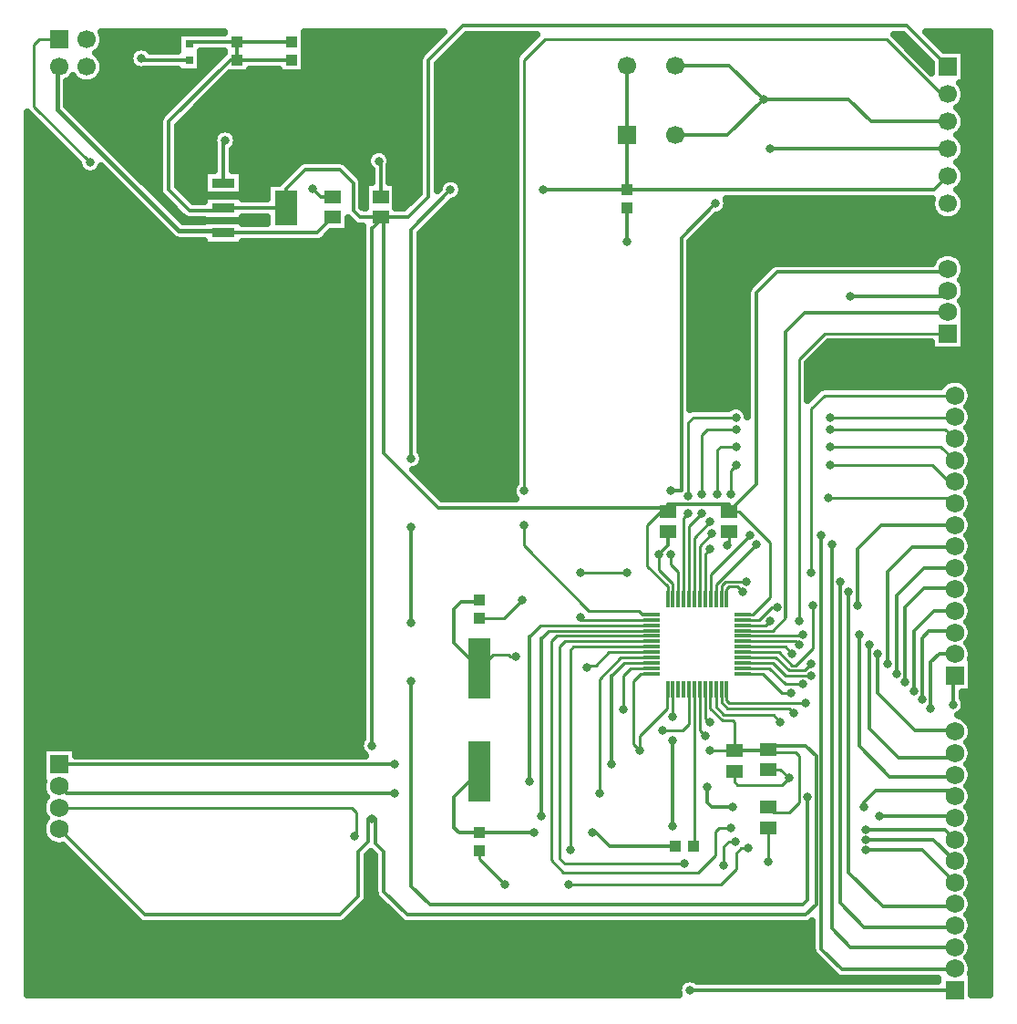
<source format=gtl>
G04 DipTrace 3.0.0.2*
G04 Grupp7layout.GTL*
%MOMM*%
G04 #@! TF.FileFunction,Copper,L1,Top*
G04 #@! TF.Part,Single*
G04 #@! TA.AperFunction,Conductor*
%ADD10C,0.25*%
%ADD13C,0.33*%
%ADD14C,0.4*%
G04 #@! TA.AperFunction,CopperBalancing*
%ADD15C,0.635*%
%ADD17R,1.5X1.3*%
%ADD18R,1.0X1.1*%
%ADD19R,0.8X0.8*%
G04 #@! TA.AperFunction,ComponentPad*
%ADD20R,1.7X1.7*%
%ADD21C,1.7*%
%ADD22R,1.75X1.75*%
%ADD23C,1.75*%
%ADD24R,1.1X1.0*%
%ADD26R,0.3X1.6*%
%ADD27R,1.6X0.3*%
%ADD29R,2.15X0.95*%
%ADD30R,2.15X3.25*%
%ADD32R,2.05X5.55*%
G04 #@! TA.AperFunction,ViaPad*
%ADD33C,0.8*%
%FSLAX35Y35*%
G04*
G71*
G90*
G75*
G01*
G04 Top*
%LPD*%
X2032000Y9207500D2*
D13*
X1603373D1*
X1587500Y9223373D1*
X2349500Y8064500D2*
Y8445497D1*
X2365377Y8461373D1*
X3365500Y7937500D2*
X3254373D1*
X3175000Y8016873D1*
X3810000Y7937500D2*
Y8255000D1*
X3794127Y8270873D1*
X6096000Y7831000D2*
Y7524750D1*
X6546000Y9159000D2*
X7049373D1*
X7366000Y8842373D1*
X6546000Y8509000D2*
X7032627D1*
X7366000Y8842373D1*
X8159750D1*
X8366123Y8636000D1*
X9080500D1*
X8175627Y7016750D2*
X9029750D1*
X9080500Y7067500D1*
X6477000Y4826500D2*
Y4699000D1*
X6397627Y4619627D1*
X6527000Y4205500D2*
D10*
Y4347377D1*
X6397627Y4476750D1*
Y4619627D1*
X825500Y9398000D2*
X635000D1*
X587373Y9350373D1*
Y8778877D1*
X1111250Y8255000D1*
X7048500Y4826500D2*
Y4714873D1*
X7032627Y4699000D1*
X7172000Y4010500D2*
X7249000D1*
X7172000D2*
X7328377D1*
X7445377Y4127500D1*
X7493000D1*
X6873873Y3063873D2*
X6858003D1*
X6827000Y3094877D1*
Y3365500D1*
X7413623Y2619873D2*
X7523187D1*
X7603327Y2539733D1*
X7096127Y2604000D2*
Y2508247D1*
X7127873Y2476500D1*
X7540093D1*
X7603327Y2539733D1*
X6332000Y3710500D2*
X5933000D1*
X5810250Y3587750D1*
X5746750D1*
X5730873Y3571873D1*
X6332000Y3560500D2*
X6132250D1*
X6064250Y3492500D1*
Y3175000D1*
X4730750Y4021000D2*
X4957627D1*
X5127627Y4191000D1*
X4730750Y1862000D2*
Y1793873D1*
X4968873Y1555750D1*
X825500Y2267000D2*
X3543250D1*
X3587750Y2222500D1*
Y2016127D1*
X3571873Y2000250D1*
X7412847Y2079887D2*
Y1761940D1*
X7172000Y3910500D2*
X7450623D1*
X7572373Y4032250D1*
D13*
Y6683373D1*
X7747000Y6858000D1*
X9071000D1*
X9080500Y6867500D1*
X7172000Y3960500D2*
D10*
X7389500D1*
X7429500Y4000500D1*
X7699373D2*
Y6429373D1*
X7937500Y6667500D1*
X9080500D1*
X825500Y2467000D2*
D13*
X835000Y2476500D1*
X6332000Y3660500D2*
D10*
X6041750D1*
X5842000Y3460750D1*
Y2397127D1*
X3937000D2*
D13*
X895373D1*
X825500Y2467000D1*
X6927000Y3365500D2*
D10*
Y3201250D1*
X7000873Y3127377D1*
X7461247D1*
X7524750Y3063873D1*
X9128127Y3222623D2*
D13*
Y3476627D1*
X9144000Y3492500D1*
X4730750Y3556000D2*
X4492627Y3794123D1*
Y4111627D1*
X4556127Y4175127D1*
X4714877D1*
X4730750Y4191000D1*
X6677000Y3365500D2*
D10*
Y3041627D1*
X6619873Y2984500D1*
X6429377D1*
X5064127Y3667127D2*
X5016500D1*
X5000627Y3683000D1*
X4857750D1*
X4730750Y3556000D1*
X6332000Y4060500D2*
X6242377D1*
X6207127Y4095750D1*
X5746750D1*
X5143500Y4699000D1*
Y4889500D1*
Y5207000D2*
Y9207500D1*
X5334000Y9398000D1*
X8509000D1*
X9017000Y8890000D1*
X9080500D1*
X6577000Y4205500D2*
Y4456127D1*
X6508750Y4524377D1*
Y4619623D1*
Y5207000D2*
D13*
X6604000D1*
Y7556500D1*
X6921500Y7874000D1*
X7429500Y8382000D2*
X9080500D1*
X6332000Y3610500D2*
D10*
X6071127D1*
X5953127Y3492500D1*
D13*
Y2667000D1*
X3937000D2*
X825500D1*
Y9144000D2*
D14*
X809623D1*
Y8747127D1*
X1936750Y7620000D1*
X2334000D1*
X2349500Y7604500D1*
D13*
X3222500D1*
X3365500Y7747500D1*
X6727000Y3365500D2*
D10*
Y1898500D1*
X6720500Y1905000D1*
X4730750Y2601000D2*
D13*
X4728253D1*
X4492627Y2365373D1*
Y2079623D1*
X4540250Y2032000D1*
X4730750D1*
X5238750D1*
X5778500D2*
X5810250D1*
X5937250Y1905000D1*
X6550500D1*
X6977000Y3365500D2*
D10*
Y3246503D1*
X7032627Y3190877D1*
X7604123D1*
X7651750Y3143250D1*
X8921750Y3190877D2*
D13*
Y3619497D1*
X9001127Y3698873D1*
X9137627D1*
X9144000Y3692500D1*
X7027000Y3365500D2*
D10*
Y3260000D1*
X7048500Y3238500D1*
X7762873D1*
X8842373Y3270250D2*
D13*
Y3841750D1*
X8905873Y3905250D1*
X9131250D1*
X9144000Y3892500D1*
X7172000Y3510500D2*
D10*
X7363873D1*
X7540623Y3333750D1*
X7620000D1*
X8763000Y3349623D2*
D13*
Y3905250D1*
X8953500Y4095750D1*
X9140750D1*
X9144000Y4092500D1*
X7172000Y3560500D2*
D10*
X7425000D1*
X7572373Y3413127D1*
X7731127D1*
X8683623Y3429000D2*
D13*
Y4127500D1*
X8858250Y4302127D1*
X9134373D1*
X9144000Y4292500D1*
X7172000Y3610500D2*
D10*
X7454373D1*
X7572373Y3492500D1*
X7810500D1*
X8604250Y3508377D2*
D13*
Y4238627D1*
X8858250Y4492627D1*
X9143873D1*
X9144000Y4492500D1*
X7172000Y3660500D2*
D10*
X7483750D1*
X7604123Y3540127D1*
X7747003D1*
X7810503Y3603627D1*
X8524873D2*
D13*
Y4460873D1*
X8747127Y4683127D1*
X9134627D1*
X9144000Y4692500D1*
X7172000Y3710500D2*
D10*
X7513123D1*
X7635873Y3587750D1*
X7667627D1*
X7826373Y3746497D1*
Y4143373D1*
X8239123D2*
D13*
Y4667250D1*
X8461373Y4889500D1*
X9141000D1*
X9144000Y4892500D1*
X6827000Y4205500D2*
D10*
Y4620373D1*
X6873877Y4667250D1*
X7969250Y5143500D2*
X9093000D1*
X9144000Y5092500D1*
X6777000Y4205500D2*
Y4697377D1*
X6889750Y4810127D1*
X7064373Y5175250D2*
Y5397500D1*
X7112000Y5445127D1*
X7985123D2*
X8937623D1*
X9090250Y5292500D1*
X9144000D1*
X6727000Y4205500D2*
Y4774377D1*
X6873873Y4921250D1*
X6937373Y5175250D2*
Y5587997D1*
X6969127Y5619750D1*
X7112000D1*
X7985123D2*
X9016750D1*
X9144000Y5492500D1*
X6677000Y4205500D2*
Y4883127D1*
X6794500Y5000627D1*
Y5175250D2*
Y5730873D1*
X6842127Y5778500D1*
X7112000D1*
X7985123D2*
X9058000D1*
X9144000Y5692500D1*
X6627000Y4205500D2*
Y4960127D1*
X6667500Y5000627D1*
Y5159373D2*
Y5842000D1*
X6715127Y5889627D1*
X7112000D1*
X7985123D2*
X9141127D1*
X9144000Y5892500D1*
X6332000Y4010500D2*
X5689123D1*
X5667373Y4032250D1*
Y4445000D2*
X6096000D1*
X7810500D2*
Y5969000D1*
X7934000Y6092500D1*
X9144000D1*
X7172000Y3760500D2*
X7574247D1*
X7635873Y3698873D1*
X8429623D2*
D13*
Y3333750D1*
X8778873Y2984500D1*
X9131000D1*
X9144000Y2971500D1*
X7172000Y3810500D2*
D10*
X7667123D1*
X7699373Y3778250D1*
X8350250D2*
D13*
Y3000377D1*
X8620127Y2730500D1*
X9103000D1*
X9144000Y2771500D1*
X7172000Y3860500D2*
D10*
X7744123D1*
X7731123Y3873500D1*
X8255000D2*
D13*
Y2841623D1*
X8540750Y2555873D1*
X9128373D1*
X9144000Y2571500D1*
X6332000Y3960500D2*
D10*
X5294000D1*
X5191127Y3857627D1*
D13*
Y2508250D1*
X6842127Y2460627D2*
Y2317750D1*
X6889990Y2269887D1*
X7079507D1*
X8302623D2*
Y2317750D1*
X8413750Y2428877D1*
X9086623D1*
X9144000Y2371500D1*
X6332000Y3910500D2*
D10*
X5371000D1*
X5302250Y3841750D1*
D13*
Y2190750D1*
X8445500D2*
X9163250D1*
X9144000Y2171500D1*
X6332000Y3860500D2*
D10*
X5448000D1*
X5397500Y3810000D1*
Y1777997D1*
X5508623Y1666873D1*
X6762750D1*
X6921500Y1825623D1*
Y2047877D1*
X6953030Y2079407D1*
X7063633D1*
X8318500Y2063750D2*
D13*
X9051750D1*
X9144000Y1971500D1*
X6332000Y3810500D2*
D10*
X5525000D1*
X5476873Y3762373D1*
Y1793877D1*
X5524500Y1746250D1*
X6635750D1*
X7000873Y1730377D2*
Y1905000D1*
X7048293Y1952420D1*
X7111253D1*
X8318500Y1968500D2*
D13*
X8947000D1*
X9144000Y1771500D1*
X6332000Y3760500D2*
D10*
X5602000D1*
X5572127Y3730627D1*
Y1873250D1*
X5556250Y1555750D2*
X6969127D1*
X7112000Y1698623D1*
Y1841500D1*
X7159427Y1888927D1*
X7222367D1*
X8318500Y1873053D2*
D13*
X8842447D1*
X9144000Y1571500D1*
X7027000Y4205500D2*
D10*
Y4254500D1*
Y4205500D2*
Y4296500D1*
X7048500Y4318000D1*
X7127873D1*
X7175497Y4270377D1*
X8159750D2*
D13*
Y1666873D1*
X8477250Y1349373D1*
X9121873D1*
X9144000Y1371500D1*
X6977000Y4205500D2*
D10*
Y4325873D1*
X7016753Y4365627D1*
X7207250D1*
X8080373D2*
D13*
Y1381127D1*
X8302627Y1158873D1*
X9131373D1*
X9144000Y1171500D1*
X6927000Y4205500D2*
D10*
Y4339373D1*
X7302500Y4714873D1*
X8001000D2*
D13*
Y1143000D1*
X8175627Y968373D1*
X9140873D1*
X9144000Y971500D1*
X6877000Y4205500D2*
D10*
Y4432250D1*
X7239000Y4794250D1*
X7905750D2*
D13*
Y952500D1*
X8096250Y762000D1*
X9134500D1*
X9144000Y771500D1*
Y571500D2*
X6683377D1*
X6524627Y2095500D2*
Y2889250D1*
Y3111500D2*
D10*
X6527000Y3113873D1*
Y3365500D1*
X6096000Y8001000D2*
D13*
Y8509000D1*
Y8001000D2*
X8953500D1*
X9080500Y8128000D1*
X6096000Y9159000D2*
Y8509000D1*
X6777000Y3365500D2*
D10*
Y2986123D1*
X6826250Y2936873D1*
X7777933Y2365127D2*
D13*
Y1412727D1*
X7730457Y1365250D1*
X4270377D1*
X4095750Y1539877D1*
Y3444873D1*
Y3984627D2*
Y4873623D1*
Y5508623D2*
Y7635877D1*
X4460873Y8001000D1*
X5318127D2*
X6096000D1*
X2984500Y9207500D2*
X2476500D1*
X2413000D1*
X1841500Y8636000D1*
Y8001000D1*
X2032000Y7810500D1*
X2325500D1*
X2349500Y7834500D1*
X2929500D2*
Y8009500D1*
X3111500Y8191500D1*
X3429000D1*
X3556000Y8064500D1*
Y7810500D1*
X3619500Y7747000D1*
X3809500D1*
X3810000Y7747500D1*
X3841347D1*
Y5556653D1*
X4350280Y5047720D1*
X6477000D1*
Y5016500D1*
Y5079467D1*
X7048500D1*
Y5016500D1*
X7302500Y5270500D1*
Y7048500D1*
X7493000Y7239000D1*
X9052000D1*
X9080500Y7267500D1*
X6477000Y5016500D2*
D10*
X6413500D1*
X6286500Y4889500D1*
Y4508500D1*
X6477000Y4318000D1*
Y4205500D1*
X7048500Y5016500D2*
X7143750D1*
X7429500Y4730750D1*
Y4222750D1*
X7267250Y4060500D1*
X7172000D1*
X6877000Y3365500D2*
X6873873D1*
X3810000Y7747500D2*
D13*
X4064500D1*
X4254500Y7937500D1*
Y9207500D1*
X4572000Y9525000D1*
X8699500D1*
X9080500Y9144000D1*
X7096127Y2794000D2*
X7413623D1*
Y2809873D1*
X2984500Y9377500D2*
X2476500D1*
X2052000D1*
X2032000Y9357500D1*
X2476500Y9207500D2*
Y9377500D1*
X7096127Y2794000D2*
D10*
Y3063873D1*
X7080250Y3079750D1*
X6985000D1*
X6873873Y3190877D1*
Y3362373D1*
X2349500Y7834500D2*
D13*
X2929500D1*
X7096127Y2794000D2*
D10*
X6873873D1*
X6222053D2*
X6159500Y2856553D1*
Y3444873D1*
X6225127Y3510500D1*
X6332000D1*
X3810000Y7747500D2*
Y7730713D1*
X3730233Y7650947D1*
D13*
Y2841327D1*
Y2158773D2*
X3698487D1*
Y1952420D1*
X3603247Y1857180D1*
Y1443910D1*
X3429337Y1270000D1*
X1622500D1*
X825500Y2067000D1*
X3730233Y2158773D2*
X3761980D1*
Y1936547D1*
X3841347Y1857180D1*
Y1484530D1*
X4055877Y1270000D1*
X7762193D1*
X7857300Y1365107D1*
Y2746087D1*
X7762060Y2841327D1*
X7413623D1*
Y2809873D1*
X6222053Y2794000D2*
D10*
Y2936273D1*
X6476320Y3190540D1*
Y3364820D1*
X6477000Y3365500D1*
X7413623Y2809873D2*
Y2777833D1*
X7666820D1*
X7698567Y2746087D1*
Y2317507D1*
X7603327Y2222267D1*
X7460467D1*
X7412847Y2269887D1*
D33*
X7429500Y4000500D3*
X7699373D3*
X5842000Y2397127D3*
X3937000D3*
X7524750Y3063873D3*
X9128127Y3222623D3*
X6429377Y2984500D3*
X5064127Y3667127D3*
X5143500Y4889500D3*
Y5207000D3*
X6508750Y4619623D3*
Y5207000D3*
X6921500Y7874000D3*
X7429500Y8382000D3*
X5953127Y2667000D3*
X3937000D3*
X5238750Y2032000D3*
X5778500D3*
X7651750Y3143250D3*
X8921750Y3190877D3*
X7762873Y3238500D3*
X8842373Y3270250D3*
X7620000Y3333750D3*
X8763000Y3349623D3*
X7731127Y3413127D3*
X8683623Y3429000D3*
X7731127Y3413127D3*
X7810500Y3492500D3*
X8604250Y3508377D3*
X7810503Y3603627D3*
X8524873D3*
X7826373Y4143373D3*
X8239123D3*
X6873877Y4667250D3*
X7969250Y5143500D3*
X6889750Y4810127D3*
X7064373Y5175250D3*
X7112000Y5445127D3*
X7985123D3*
X6873873Y4921250D3*
X6937373Y5175250D3*
X7112000Y5619750D3*
X7985123D3*
X6794500Y5000627D3*
Y5175250D3*
X7112000Y5778500D3*
X7985123D3*
X6667500Y5000627D3*
Y5159373D3*
X7112000Y5889627D3*
X7985123D3*
X5667373Y4032250D3*
Y4445000D3*
X6096000D3*
X7810500D3*
X7635873Y3698873D3*
X8429623D3*
X7699373Y3778250D3*
X8350250D3*
X7731123Y3873500D3*
X8255000D3*
X5191127Y2508250D3*
X6842127Y2460627D3*
X7079507Y2269887D3*
X8302623D3*
X5302250Y2190750D3*
X8445500D3*
X7063633Y2079407D3*
X8318500Y2063750D3*
X6635750Y1746250D3*
X7000873Y1730377D3*
X7111253Y1952420D3*
X8318500Y1968500D3*
X5572127Y1873250D3*
X5556250Y1555750D3*
X7222367Y1888927D3*
X8318500Y1873053D3*
X7175497Y4270377D3*
X8159750D3*
X7207250Y4365627D3*
X8080373D3*
X7302500Y4714873D3*
X8001000D3*
X7239000Y4794250D3*
X7905750D3*
X6683377Y571500D3*
X6524627Y2095500D3*
Y2889250D3*
Y3111500D3*
X6826250Y2936873D3*
X7777933Y2365127D3*
X4095750Y3444873D3*
Y3984627D3*
Y4873623D3*
Y5508623D3*
X4460873Y8001000D3*
X5318127D3*
X6873873Y2794000D3*
X6222053D3*
X3730233Y2841327D3*
Y2158773D3*
D3*
X6222053Y2794000D3*
X1587500Y9223373D3*
X2365377Y8461373D3*
X3175000Y8016873D3*
X3794127Y8270873D3*
X6096000Y7524750D3*
X7366000Y8842373D3*
X8175627Y7016750D3*
X6397627Y4619627D3*
X1111250Y8255000D3*
X7032627Y4699000D3*
X7493000Y4127500D3*
X6873873Y3063873D3*
X7603327Y2539733D3*
X6064250Y3175000D3*
X5730873Y3571873D3*
X5127627Y4191000D3*
X4968873Y1555750D3*
X3571873Y2000250D3*
X7412847Y1761940D3*
X1238026Y9405083D2*
D15*
X1918369D1*
X3108176D2*
X4327276D1*
X4576861D2*
X5221982D1*
X8621017D2*
X8694638D1*
X8944223D2*
X9461847D1*
X1227484Y9341917D2*
X1918369D1*
X3108176D2*
X4264149D1*
X4513733D2*
X5158730D1*
X8684269D2*
X8757766D1*
X9007350D2*
X9461847D1*
X1180603Y9278750D2*
X1489248D1*
X2145630D2*
X2352823D1*
X3108176D2*
X4200897D1*
X4450605D2*
X5095602D1*
X8747397D2*
X8820894D1*
X9239150D2*
X9461847D1*
X1220291Y9215583D2*
X1474117D1*
X2145630D2*
X2296269D1*
X3108176D2*
X4164806D1*
X4387353D2*
X5057775D1*
X8810525D2*
X8884146D1*
X9239150D2*
X9461847D1*
X1237902Y9152417D2*
X1500658D1*
X2145630D2*
X2233141D1*
X3108176D2*
X4164434D1*
X4344565D2*
X5057402D1*
X8873777D2*
X8921849D1*
X9239150D2*
X9461847D1*
X1227980Y9089250D2*
X2169889D1*
X2600176D2*
X2860823D1*
X3108176D2*
X4164434D1*
X4344565D2*
X5057402D1*
X9239150D2*
X9461847D1*
X928216Y9026083D2*
X976783D1*
X1182216D2*
X2106761D1*
X2356346D2*
X4164434D1*
X4344565D2*
X5057402D1*
X9239150D2*
X9461847D1*
X903287Y8962917D2*
X2043633D1*
X2293218D2*
X4164434D1*
X4344565D2*
X5057402D1*
X9220547D2*
X9461847D1*
X903287Y8899750D2*
X1980505D1*
X2230090D2*
X4164434D1*
X4344565D2*
X5057402D1*
X9238778D2*
X9461847D1*
X903287Y8836583D2*
X1917253D1*
X2166838D2*
X4164434D1*
X4344565D2*
X5057402D1*
X9229476D2*
X9461847D1*
X913085Y8773417D2*
X1854125D1*
X2103710D2*
X4164434D1*
X4344565D2*
X5057402D1*
X9184828D2*
X9461847D1*
X976213Y8710250D2*
X1790997D1*
X2040582D2*
X4164434D1*
X4344565D2*
X5057402D1*
X9219803D2*
X9461847D1*
X538100Y8647083D2*
X600000D1*
X1039465D2*
X1752178D1*
X1977330D2*
X4164434D1*
X4344565D2*
X5057402D1*
X9238778D2*
X9461847D1*
X538100Y8583917D2*
X663252D1*
X1102593D2*
X1751434D1*
X1931565D2*
X4164434D1*
X4344565D2*
X5057402D1*
X9229973D2*
X9461847D1*
X538100Y8520750D2*
X726380D1*
X1165721D2*
X1751434D1*
X1931565D2*
X2269604D1*
X2461145D2*
X4164434D1*
X4344565D2*
X5057402D1*
X9186440D2*
X9461847D1*
X538100Y8457583D2*
X789508D1*
X1228973D2*
X1751434D1*
X1931565D2*
X2251744D1*
X2479005D2*
X4164434D1*
X4344565D2*
X5057402D1*
X9219058D2*
X9461847D1*
X538100Y8394417D2*
X852636D1*
X1292100D2*
X1751434D1*
X1931565D2*
X2259434D1*
X2455564D2*
X4164434D1*
X4344565D2*
X5057402D1*
X9238654D2*
X9461847D1*
X538100Y8331250D2*
X915888D1*
X1355228D2*
X1751434D1*
X1931565D2*
X2259434D1*
X2439565D2*
X3699098D1*
X3889151D2*
X4164434D1*
X4344565D2*
X5057402D1*
X9230469D2*
X9461847D1*
X538100Y8268083D2*
X979016D1*
X1418356D2*
X1751434D1*
X1931565D2*
X2259434D1*
X2439565D2*
X3071291D1*
X3469208D2*
X3680494D1*
X3907755D2*
X4164434D1*
X4344565D2*
X5057402D1*
X9187929D2*
X9461847D1*
X538100Y8204917D2*
X1010022D1*
X1481608D2*
X1751434D1*
X1931565D2*
X2259434D1*
X2439565D2*
X3000102D1*
X3540397D2*
X3703191D1*
X3900065D2*
X4164434D1*
X4344565D2*
X5057402D1*
X9218314D2*
X9461847D1*
X538100Y8141750D2*
X1285230D1*
X1544736D2*
X1751434D1*
X1931565D2*
X2168400D1*
X2530599D2*
X2936974D1*
X3603525D2*
X3719934D1*
X3900065D2*
X4164434D1*
X4344565D2*
X5057402D1*
X9238530D2*
X9461847D1*
X538100Y8078583D2*
X1348358D1*
X1607864D2*
X1751434D1*
X1931565D2*
X2168400D1*
X2530599D2*
X2873722D1*
X3644949D2*
X3719934D1*
X3900065D2*
X4164434D1*
X4344565D2*
X4380358D1*
X4541391D2*
X5057402D1*
X9230841D2*
X9461847D1*
X538100Y8015417D2*
X1411609D1*
X1671116D2*
X1751434D1*
X1951905D2*
X2168400D1*
X2530599D2*
X2748334D1*
X3958604D2*
X4164434D1*
X4573513D2*
X5057402D1*
X9189417D2*
X9461847D1*
X538100Y7952250D2*
X1474737D1*
X1734244D2*
X1767061D1*
X2015033D2*
X2168400D1*
X2530599D2*
X2748334D1*
X3958604D2*
X4144466D1*
X4562847D2*
X5057402D1*
X9217446D2*
X9461847D1*
X538100Y7889083D2*
X1537865D1*
X1797372D2*
X1828576D1*
X3958604D2*
X4081338D1*
X4473798D2*
X5057402D1*
X7034014D2*
X8922593D1*
X9238406D2*
X9461847D1*
X538100Y7825917D2*
X1601117D1*
X1860624D2*
X1891828D1*
X4410546D2*
X5057402D1*
X7023720D2*
X8929662D1*
X9231337D2*
X9461847D1*
X538100Y7762750D2*
X1664245D1*
X1923752D2*
X1954956D1*
X4347418D2*
X5057402D1*
X6935043D2*
X8970094D1*
X9190905D2*
X9461847D1*
X538100Y7699583D2*
X1727373D1*
X2530599D2*
X2748334D1*
X3514104D2*
X3542084D1*
X4284290D2*
X5057402D1*
X6871915D2*
X9461847D1*
X538100Y7636417D2*
X1790625D1*
X3514104D2*
X3640187D1*
X4221038D2*
X5057402D1*
X6808663D2*
X9461847D1*
X538100Y7573250D2*
X1853753D1*
X3316039D2*
X3640187D1*
X4185815D2*
X5057402D1*
X6745535D2*
X9461847D1*
X538100Y7510083D2*
X2168400D1*
X2530599D2*
X3640187D1*
X4185815D2*
X5057402D1*
X6694065D2*
X9461847D1*
X538100Y7446917D2*
X3640187D1*
X4185815D2*
X5057402D1*
X6694065D2*
X9461847D1*
X538100Y7383750D2*
X3640187D1*
X4185815D2*
X5057402D1*
X6694065D2*
X8971954D1*
X9189045D2*
X9461847D1*
X538100Y7320583D2*
X3640187D1*
X4185815D2*
X5057402D1*
X6694065D2*
X7467674D1*
X9232205D2*
X9461847D1*
X538100Y7257417D2*
X3640187D1*
X4185815D2*
X5057402D1*
X6694065D2*
X7386563D1*
X9241259D2*
X9461847D1*
X538100Y7194250D2*
X3640187D1*
X4185815D2*
X5057402D1*
X6694065D2*
X7323435D1*
X9223151D2*
X9461847D1*
X538100Y7131083D2*
X3640187D1*
X4185815D2*
X5057402D1*
X6694065D2*
X7260307D1*
X9227988D2*
X9461847D1*
X538100Y7067917D2*
X3640187D1*
X4185815D2*
X5057402D1*
X6694065D2*
X7214666D1*
X9241631D2*
X9461847D1*
X538100Y7004750D2*
X3640187D1*
X4185815D2*
X5057402D1*
X6694065D2*
X7212434D1*
X9228360D2*
X9461847D1*
X538100Y6941583D2*
X3640187D1*
X4185815D2*
X5057402D1*
X6694065D2*
X7212434D1*
X9222779D2*
X9461847D1*
X538100Y6878417D2*
X3640187D1*
X4185815D2*
X5057402D1*
X6694065D2*
X7212434D1*
X9241259D2*
X9461847D1*
X538100Y6815250D2*
X3640187D1*
X4185815D2*
X5057402D1*
X6694065D2*
X7212434D1*
X9241631D2*
X9461847D1*
X538100Y6752083D2*
X3640187D1*
X4185815D2*
X5057402D1*
X6694065D2*
X7212434D1*
X9241631D2*
X9461847D1*
X538100Y6688917D2*
X3640187D1*
X4185815D2*
X5057402D1*
X6694065D2*
X7212434D1*
X9241631D2*
X9461847D1*
X538100Y6625750D2*
X3640187D1*
X4185815D2*
X5057402D1*
X6694065D2*
X7212434D1*
X9241631D2*
X9461847D1*
X538100Y6562583D2*
X3640187D1*
X4185815D2*
X5057402D1*
X6694065D2*
X7212434D1*
X7951787D2*
X8919368D1*
X9241631D2*
X9461847D1*
X538100Y6499417D2*
X3640187D1*
X4185815D2*
X5057402D1*
X6694065D2*
X7212434D1*
X7888535D2*
X9461847D1*
X538100Y6436250D2*
X3640187D1*
X4185815D2*
X5057402D1*
X6694065D2*
X7212434D1*
X7825407D2*
X9461847D1*
X538100Y6373083D2*
X3640187D1*
X4185815D2*
X5057402D1*
X6694065D2*
X7212434D1*
X7785472D2*
X9461847D1*
X538100Y6309917D2*
X3640187D1*
X4185815D2*
X5057402D1*
X6694065D2*
X7212434D1*
X7785472D2*
X9461847D1*
X538100Y6246750D2*
X3640187D1*
X4185815D2*
X5057402D1*
X6694065D2*
X7212434D1*
X7785472D2*
X9124751D1*
X9163291D2*
X9461847D1*
X538100Y6183583D2*
X3640187D1*
X4185815D2*
X5057402D1*
X6694065D2*
X7212434D1*
X7785472D2*
X9012510D1*
X9275489D2*
X9461847D1*
X538100Y6120417D2*
X3640187D1*
X4185815D2*
X5057402D1*
X6694065D2*
X7212434D1*
X7785472D2*
X7842721D1*
X9302650D2*
X9461847D1*
X538100Y6057250D2*
X3640187D1*
X4185815D2*
X5057402D1*
X6694065D2*
X7212434D1*
X9301038D2*
X9461847D1*
X538100Y5994083D2*
X3640187D1*
X4185815D2*
X5057402D1*
X6694065D2*
X7081217D1*
X7142782D2*
X7212434D1*
X9269784D2*
X9461847D1*
X538100Y5930917D2*
X3640187D1*
X4185815D2*
X5057402D1*
X9300294D2*
X9461847D1*
X538100Y5867750D2*
X3640187D1*
X4185815D2*
X5057402D1*
X9303146D2*
X9461847D1*
X538100Y5804583D2*
X3640187D1*
X4185815D2*
X5057402D1*
X9277722D2*
X9461847D1*
X538100Y5741417D2*
X3640187D1*
X4185815D2*
X5057402D1*
X9297193D2*
X9461847D1*
X538100Y5678250D2*
X3640187D1*
X4185815D2*
X5057402D1*
X9304511D2*
X9461847D1*
X538100Y5615083D2*
X3640187D1*
X4185815D2*
X5057402D1*
X9284419D2*
X9461847D1*
X538100Y5551917D2*
X3640187D1*
X4200326D2*
X5057402D1*
X9293225D2*
X9461847D1*
X538100Y5488750D2*
X3640187D1*
X4207519D2*
X5057402D1*
X9305131D2*
X9461847D1*
X538100Y5425583D2*
X3640187D1*
X4170064D2*
X5057402D1*
X9289876D2*
X9461847D1*
X538100Y5362417D2*
X3640187D1*
X4160391D2*
X5057402D1*
X9288388D2*
X9461847D1*
X538100Y5299250D2*
X3640187D1*
X4223518D2*
X5057402D1*
X9305007D2*
X9461847D1*
X538100Y5236083D2*
X3640187D1*
X4286770D2*
X5033838D1*
X9294465D2*
X9461847D1*
X538100Y5172917D2*
X3640187D1*
X4349898D2*
X5035450D1*
X9282558D2*
X9461847D1*
X538100Y5109750D2*
X3640187D1*
X9304139D2*
X9461847D1*
X538100Y5046583D2*
X3640187D1*
X9298185D2*
X9461847D1*
X538100Y4983417D2*
X3640187D1*
X9275613D2*
X9461847D1*
X538100Y4920250D2*
X3640187D1*
X9302650D2*
X9461847D1*
X538100Y4857083D2*
X3640187D1*
X9301038D2*
X9461847D1*
X538100Y4793917D2*
X3640187D1*
X9269660D2*
X9461847D1*
X538100Y4730750D2*
X3640187D1*
X9300294D2*
X9461847D1*
X538100Y4667583D2*
X3640187D1*
X9303146D2*
X9461847D1*
X538100Y4604417D2*
X3640187D1*
X9277598D2*
X9461847D1*
X538100Y4541250D2*
X3640187D1*
X9297317D2*
X9461847D1*
X538100Y4478083D2*
X3640187D1*
X9304511D2*
X9461847D1*
X538100Y4414917D2*
X3640187D1*
X9284295D2*
X9461847D1*
X538100Y4351750D2*
X3640187D1*
X9293349D2*
X9461847D1*
X538100Y4288583D2*
X3640187D1*
X9305131D2*
X9461847D1*
X538100Y4225417D2*
X3640187D1*
X9289876D2*
X9461847D1*
X538100Y4162250D2*
X3640187D1*
X9288512D2*
X9461847D1*
X538100Y4099083D2*
X3640187D1*
X9305007D2*
X9461847D1*
X538100Y4035917D2*
X3640187D1*
X9294465D2*
X9461847D1*
X538100Y3972750D2*
X3640187D1*
X9282683D2*
X9461847D1*
X538100Y3909583D2*
X3640187D1*
X9304139D2*
X9461847D1*
X538100Y3846417D2*
X3640187D1*
X9298061D2*
X9461847D1*
X538100Y3783250D2*
X3640187D1*
X9275737D2*
X9461847D1*
X538100Y3720083D2*
X3640187D1*
X9302650D2*
X9461847D1*
X538100Y3656917D2*
X3640187D1*
X9301038D2*
X9461847D1*
X538100Y3593750D2*
X3640187D1*
X9305131D2*
X9461847D1*
X538100Y3530583D2*
X3640187D1*
X9305131D2*
X9461847D1*
X538100Y3467417D2*
X3640187D1*
X9305131D2*
X9461847D1*
X538100Y3404250D2*
X3640187D1*
X9305131D2*
X9461847D1*
X538100Y3341083D2*
X3640187D1*
X9305131D2*
X9461847D1*
X538100Y3277917D2*
X3640187D1*
X9226376D2*
X9461847D1*
X538100Y3214750D2*
X3640187D1*
X9241507D2*
X9461847D1*
X538100Y3151583D2*
X3640187D1*
X9214842D2*
X9461847D1*
X538100Y3088417D2*
X3640187D1*
X9251801D2*
X9461847D1*
X538100Y3025250D2*
X3640187D1*
X9295457D2*
X9461847D1*
X538100Y2962083D2*
X3640187D1*
X9304883D2*
X9461847D1*
X538100Y2898917D2*
X3633365D1*
X9287023D2*
X9461847D1*
X538100Y2835750D2*
X3616746D1*
X9291116D2*
X9461847D1*
X538100Y2772583D2*
X664368D1*
X986631D2*
X3641551D1*
X9305131D2*
X9461847D1*
X538100Y2709417D2*
X664368D1*
X9292108D2*
X9461847D1*
X538100Y2646250D2*
X664368D1*
X9285907D2*
X9461847D1*
X538100Y2583083D2*
X664368D1*
X9304759D2*
X9461847D1*
X538100Y2519917D2*
X664368D1*
X9296325D2*
X9461847D1*
X538100Y2456750D2*
X664740D1*
X9279582D2*
X9461847D1*
X538100Y2393583D2*
X682848D1*
X9303518D2*
X9461847D1*
X538100Y2330417D2*
X677887D1*
X9299550D2*
X9461847D1*
X538100Y2267250D2*
X664368D1*
X9272017D2*
X9461847D1*
X538100Y2204083D2*
X677763D1*
X9301658D2*
X9461847D1*
X538100Y2140917D2*
X683096D1*
X9302030D2*
X9461847D1*
X538100Y2077750D2*
X664740D1*
X9273505D2*
X9461847D1*
X538100Y2014583D2*
X673546D1*
X9299054D2*
X9461847D1*
X538100Y1951417D2*
X716210D1*
X9303891D2*
X9461847D1*
X538100Y1888250D2*
X879425D1*
X9280822D2*
X9461847D1*
X538100Y1825083D2*
X942677D1*
X3695923D2*
X3748583D1*
X9295581D2*
X9461847D1*
X538100Y1761917D2*
X1005805D1*
X3693318D2*
X3751188D1*
X9304883D2*
X9461847D1*
X538100Y1698750D2*
X1068933D1*
X3693318D2*
X3751188D1*
X9287023D2*
X9461847D1*
X538100Y1635583D2*
X1132061D1*
X3693318D2*
X3751188D1*
X9291240D2*
X9461847D1*
X538100Y1572417D2*
X1195313D1*
X3693318D2*
X3751188D1*
X9305131D2*
X9461847D1*
X538100Y1509250D2*
X1258441D1*
X3693318D2*
X3751188D1*
X9292108D2*
X9461847D1*
X538100Y1446083D2*
X1321568D1*
X3693318D2*
X3760613D1*
X9286031D2*
X9461847D1*
X538100Y1382917D2*
X1384820D1*
X3667025D2*
X3818160D1*
X9304759D2*
X9461847D1*
X538100Y1319750D2*
X1447948D1*
X3603897D2*
X3881288D1*
X9296201D2*
X9461847D1*
X538100Y1256583D2*
X1511076D1*
X3540769D2*
X3944540D1*
X9279706D2*
X9461847D1*
X538100Y1193417D2*
X1582266D1*
X3469580D2*
X4015606D1*
X9303518D2*
X9461847D1*
X538100Y1130250D2*
X7815684D1*
X9299550D2*
X9461847D1*
X538100Y1067083D2*
X7815684D1*
X9272141D2*
X9461847D1*
X538100Y1003917D2*
X7815684D1*
X9301658D2*
X9461847D1*
X538100Y940750D2*
X7816428D1*
X9302030D2*
X9461847D1*
X538100Y877583D2*
X7855867D1*
X9273381D2*
X9461847D1*
X538100Y814417D2*
X7918995D1*
X9299054D2*
X9461847D1*
X538100Y751250D2*
X7982247D1*
X9303767D2*
X9461847D1*
X538100Y688083D2*
X8050460D1*
X9305131D2*
X9461847D1*
X538100Y624917D2*
X6584007D1*
X9305131D2*
X9461847D1*
X538100Y561750D2*
X6570240D1*
X9305131D2*
X9461847D1*
X3507790Y7740264D2*
Y7615210D1*
X3351645D1*
X3276917Y7540786D1*
X3260540Y7529843D1*
X3242060Y7523025D1*
X3222500Y7520710D1*
X3221653Y7520743D1*
X2524372Y7520710D1*
X2524291Y7489709D1*
X2174711D1*
Y7532746D1*
X1929901Y7532979D1*
X1916372Y7535121D1*
X1903345Y7539354D1*
X1891141Y7545573D1*
X1880059Y7553624D1*
X1695421Y7737882D1*
X1212820Y8220483D1*
X1206846Y8206291D1*
X1198049Y8191937D1*
X1187115Y8179135D1*
X1174313Y8168201D1*
X1159959Y8159404D1*
X1144404Y8152961D1*
X1128034Y8149031D1*
X1111250Y8147710D1*
X1094466Y8149031D1*
X1078096Y8152961D1*
X1062541Y8159404D1*
X1048187Y8168201D1*
X1035385Y8179135D1*
X1024451Y8191937D1*
X1015654Y8206291D1*
X1009211Y8221846D1*
X1005281Y8238216D1*
X1004186Y8249246D1*
X531745Y8721664D1*
X531750Y531750D1*
X6583722D1*
X6579051Y546454D1*
X6576417Y563082D1*
Y579918D1*
X6579051Y596546D1*
X6584254Y612558D1*
X6591897Y627559D1*
X6601793Y641179D1*
X6613697Y653084D1*
X6627318Y662980D1*
X6642319Y670623D1*
X6658330Y675826D1*
X6674959Y678459D1*
X6691795D1*
X6708423Y675826D1*
X6724435Y670623D1*
X6739436Y662980D1*
X6750291Y655264D1*
X8989096Y655290D1*
X8989210Y678275D1*
X8089676Y678468D1*
X8070357Y682311D1*
X8052470Y690557D1*
X8037001Y702751D1*
X8036426Y703374D1*
X7842036Y898083D1*
X7831093Y914460D1*
X7824275Y932940D1*
X7821960Y952500D1*
X7821993Y953347D1*
X7821442Y1210751D1*
X7805974Y1198557D1*
X7788086Y1190311D1*
X7768767Y1186468D1*
X7285943Y1186210D1*
X4049303Y1186468D1*
X4029984Y1190311D1*
X4012096Y1198557D1*
X3996628Y1210751D1*
X3996052Y1211374D1*
X3777632Y1430113D1*
X3766689Y1446490D1*
X3759871Y1464970D1*
X3757556Y1484530D1*
X3757590Y1485377D1*
X3757556Y1822494D1*
X3722200Y1857829D1*
X3686963Y1822399D1*
X3686779Y1437336D1*
X3682936Y1418017D1*
X3674690Y1400130D1*
X3662495Y1384661D1*
X3661872Y1384086D1*
X3483754Y1206285D1*
X3467377Y1195342D1*
X3448897Y1188525D1*
X3429337Y1186210D1*
X3428489Y1186243D1*
X1615926Y1186468D1*
X1596607Y1190311D1*
X1578720Y1198557D1*
X1563251Y1210751D1*
X1562676Y1211374D1*
X858249Y1915754D1*
X837645Y1912687D1*
X813355D1*
X789365Y1916487D1*
X766264Y1923993D1*
X744622Y1935020D1*
X724972Y1949297D1*
X707797Y1966472D1*
X693520Y1986122D1*
X682493Y2007764D1*
X674987Y2030865D1*
X671187Y2054855D1*
Y2079145D1*
X674987Y2103135D1*
X682493Y2126236D1*
X693520Y2147878D1*
X707356Y2166969D1*
X693520Y2186122D1*
X682493Y2207764D1*
X674987Y2230865D1*
X671187Y2254855D1*
Y2279145D1*
X674987Y2303135D1*
X682493Y2326236D1*
X693520Y2347878D1*
X707356Y2366969D1*
X693520Y2386122D1*
X682493Y2407764D1*
X674987Y2430865D1*
X671187Y2454855D1*
Y2479145D1*
X674987Y2503135D1*
X677551Y2512228D1*
X670710Y2512210D1*
Y2821790D1*
X980290D1*
Y2750724D1*
X3672706Y2750790D1*
X3660554Y2759743D1*
X3648649Y2771647D1*
X3638754Y2785268D1*
X3631110Y2800269D1*
X3625908Y2816280D1*
X3623274Y2832909D1*
Y2849745D1*
X3625908Y2866373D1*
X3631110Y2882385D1*
X3638754Y2897386D1*
X3646469Y2908241D1*
X3646702Y7657521D1*
X3647381Y7663263D1*
X3612926Y7663468D1*
X3593607Y7667311D1*
X3575720Y7675557D1*
X3560251Y7687751D1*
X3507722Y7740281D1*
X3952171Y7879790D2*
X3952290Y7831293D1*
X4029894Y7831290D1*
X4170737Y7972234D1*
X4170968Y9214074D1*
X4174811Y9233393D1*
X4183057Y9251280D1*
X4195251Y9266749D1*
X4195874Y9267324D1*
X4396869Y9468366D1*
X3101790Y9468040D1*
Y9085210D1*
X2867210D1*
Y9123781D1*
X2593702Y9123710D1*
X2593790Y9085210D1*
X2409119D1*
X1925277Y8601280D1*
X1925290Y8035603D1*
X2066761Y7894237D1*
X2174751Y7894290D1*
X2174711Y7949289D1*
X2524291D1*
Y7918160D1*
X2754685Y7918290D1*
X2754711Y8064289D1*
X2866208D1*
X3004955Y8203452D1*
X3057083Y8255215D1*
X3073460Y8266158D1*
X3091940Y8272975D1*
X3111500Y8275290D1*
X3112347Y8275257D1*
X3435574Y8275032D1*
X3454893Y8271189D1*
X3472780Y8262943D1*
X3488249Y8250749D1*
X3488824Y8250126D1*
X3619715Y8118917D1*
X3630658Y8102540D1*
X3637475Y8084060D1*
X3639790Y8064500D1*
X3639757Y8063653D1*
X3639790Y7845103D1*
X3667710Y7837460D1*
Y8069790D1*
X3726125D1*
X3726210Y8187903D1*
X3712543Y8201194D1*
X3702647Y8214814D1*
X3695004Y8229815D1*
X3689801Y8245827D1*
X3687167Y8262455D1*
Y8279291D1*
X3689801Y8295920D1*
X3695004Y8311931D1*
X3702647Y8326932D1*
X3712543Y8340553D1*
X3724447Y8352457D1*
X3738068Y8362353D1*
X3753069Y8369996D1*
X3769080Y8375199D1*
X3785709Y8377833D1*
X3802545D1*
X3819173Y8375199D1*
X3835185Y8369996D1*
X3850186Y8362353D1*
X3863806Y8352457D1*
X3875711Y8340553D1*
X3885606Y8326932D1*
X3893250Y8311931D1*
X3898452Y8295920D1*
X3901086Y8279291D1*
Y8262455D1*
X3898452Y8245827D1*
X3893762Y8231205D1*
X3893790Y8069833D1*
X3952290Y8069790D1*
Y7847540D1*
X9046653Y9296289D2*
X9232791D1*
Y8991709D1*
X9193723D1*
X9203705Y8979514D1*
X9216191Y8959138D1*
X9225336Y8937060D1*
X9230915Y8913823D1*
X9232790Y8890000D1*
X9230915Y8866177D1*
X9225336Y8842940D1*
X9216191Y8820862D1*
X9203705Y8800486D1*
X9188185Y8782315D1*
X9170014Y8766795D1*
X9164460Y8763084D1*
X9179404Y8751802D1*
X9196302Y8734904D1*
X9210349Y8715571D1*
X9221198Y8694279D1*
X9228582Y8671551D1*
X9232321Y8647949D1*
Y8624051D1*
X9228582Y8600449D1*
X9221198Y8577721D1*
X9210349Y8556429D1*
X9196302Y8537096D1*
X9179404Y8520198D1*
X9164460Y8509084D1*
X9179404Y8497802D1*
X9196302Y8480904D1*
X9210349Y8461571D1*
X9221198Y8440279D1*
X9228582Y8417551D1*
X9232321Y8393949D1*
Y8370051D1*
X9228582Y8346449D1*
X9221198Y8323721D1*
X9210349Y8302429D1*
X9196302Y8283096D1*
X9179404Y8266198D1*
X9164460Y8255084D1*
X9179404Y8243802D1*
X9196302Y8226904D1*
X9210349Y8207571D1*
X9221198Y8186279D1*
X9228582Y8163551D1*
X9232321Y8139949D1*
Y8116051D1*
X9228582Y8092449D1*
X9221198Y8069721D1*
X9210349Y8048429D1*
X9196302Y8029096D1*
X9179404Y8012198D1*
X9164460Y8001084D1*
X9179404Y7989802D1*
X9196302Y7972904D1*
X9210349Y7953571D1*
X9221198Y7932279D1*
X9228582Y7909551D1*
X9232321Y7885949D1*
Y7862051D1*
X9228582Y7838449D1*
X9221198Y7815721D1*
X9210349Y7794429D1*
X9196302Y7775096D1*
X9179404Y7758198D1*
X9160071Y7744151D1*
X9138779Y7733302D1*
X9116051Y7725918D1*
X9092449Y7722179D1*
X9068551D1*
X9044949Y7725918D1*
X9022221Y7733302D1*
X9000929Y7744151D1*
X8981596Y7758198D1*
X8964698Y7775096D1*
X8950651Y7794429D1*
X8939802Y7815721D1*
X8932418Y7838449D1*
X8928679Y7862051D1*
Y7885949D1*
X8932418Y7909551D1*
X8934586Y7917239D1*
X7019603Y7917210D1*
X7025826Y7899046D1*
X7028459Y7882418D1*
Y7865582D1*
X7025826Y7848954D1*
X7020623Y7832942D1*
X7012980Y7817941D1*
X7003084Y7804321D1*
X6991179Y7792416D1*
X6977559Y7782520D1*
X6962558Y7774877D1*
X6946546Y7769674D1*
X6933415Y7767455D1*
X6687750Y7521753D1*
X6687790Y5964659D1*
X6702645Y5968434D1*
X6715127Y5969417D1*
X7040192D1*
X7055941Y5981106D1*
X7070942Y5988750D1*
X7086954Y5993952D1*
X7103582Y5996586D1*
X7120418D1*
X7137046Y5993952D1*
X7153058Y5988750D1*
X7168059Y5981106D1*
X7181679Y5971211D1*
X7193584Y5959306D1*
X7203480Y5945686D1*
X7211123Y5930685D1*
X7216326Y5914673D1*
X7218747Y5899842D1*
X7218968Y7055074D1*
X7222811Y7074393D1*
X7231057Y7092280D1*
X7243251Y7107749D1*
X7243874Y7108324D1*
X7438583Y7302715D1*
X7454960Y7313658D1*
X7473440Y7320475D1*
X7493000Y7322790D1*
X7493847Y7322757D1*
X8936013Y7322790D1*
X8942581Y7337773D1*
X8955272Y7358483D1*
X8971047Y7376953D1*
X8989517Y7392728D1*
X9010227Y7405419D1*
X9032667Y7414714D1*
X9056286Y7420384D1*
X9080500Y7422290D1*
X9104714Y7420384D1*
X9128333Y7414714D1*
X9150773Y7405419D1*
X9171483Y7392728D1*
X9189953Y7376953D1*
X9205728Y7358483D1*
X9218419Y7337773D1*
X9227714Y7315333D1*
X9233384Y7291714D1*
X9235290Y7267500D1*
X9233384Y7243286D1*
X9227714Y7219667D1*
X9218419Y7197227D1*
X9205728Y7176517D1*
X9198644Y7167531D1*
X9212480Y7148378D1*
X9223507Y7126736D1*
X9231013Y7103635D1*
X9234813Y7079645D1*
Y7055355D1*
X9231013Y7031365D1*
X9223507Y7008264D1*
X9212480Y6986622D1*
X9198644Y6967531D1*
X9212480Y6948378D1*
X9223507Y6926736D1*
X9231013Y6903635D1*
X9234813Y6879645D1*
Y6855355D1*
X9231013Y6831365D1*
X9228449Y6822272D1*
X9235290Y6822290D1*
Y6512710D1*
X8925710D1*
Y6587744D1*
X7970614Y6587710D1*
X7779148Y6396308D1*
X7779164Y6050482D1*
X7882180Y6153173D1*
X7897776Y6163594D1*
X7915373Y6170086D1*
X7934000Y6172290D1*
X7934856Y6172257D1*
X9011392Y6172290D1*
X9026297Y6193028D1*
X9043472Y6210203D1*
X9063122Y6224480D1*
X9084764Y6235507D1*
X9107865Y6243013D1*
X9131855Y6246813D1*
X9156145D1*
X9180135Y6243013D1*
X9203236Y6235507D1*
X9224878Y6224480D1*
X9244528Y6210203D1*
X9261703Y6193028D1*
X9275980Y6173378D1*
X9287007Y6151736D1*
X9294513Y6128635D1*
X9298313Y6104645D1*
Y6080355D1*
X9294513Y6056365D1*
X9287007Y6033264D1*
X9275980Y6011622D1*
X9262144Y5992531D1*
X9275980Y5973378D1*
X9287007Y5951736D1*
X9294513Y5928635D1*
X9298313Y5904645D1*
Y5880355D1*
X9294513Y5856365D1*
X9287007Y5833264D1*
X9275980Y5811622D1*
X9262144Y5792531D1*
X9275980Y5773378D1*
X9287007Y5751736D1*
X9294513Y5728635D1*
X9298313Y5704645D1*
Y5680355D1*
X9294513Y5656365D1*
X9287007Y5633264D1*
X9275980Y5611622D1*
X9262144Y5592531D1*
X9275980Y5573378D1*
X9287007Y5551736D1*
X9294513Y5528635D1*
X9298313Y5504645D1*
Y5480355D1*
X9294513Y5456365D1*
X9287007Y5433264D1*
X9275980Y5411622D1*
X9262144Y5392531D1*
X9275980Y5373378D1*
X9287007Y5351736D1*
X9294513Y5328635D1*
X9298313Y5304645D1*
Y5280355D1*
X9294513Y5256365D1*
X9287007Y5233264D1*
X9275980Y5211622D1*
X9262144Y5192531D1*
X9275980Y5173378D1*
X9287007Y5151736D1*
X9294513Y5128635D1*
X9298313Y5104645D1*
Y5080355D1*
X9294513Y5056365D1*
X9287007Y5033264D1*
X9275980Y5011622D1*
X9262144Y4992531D1*
X9275980Y4973378D1*
X9287007Y4951736D1*
X9294513Y4928635D1*
X9298313Y4904645D1*
Y4880355D1*
X9294513Y4856365D1*
X9287007Y4833264D1*
X9275980Y4811622D1*
X9262144Y4792531D1*
X9275980Y4773378D1*
X9287007Y4751736D1*
X9294513Y4728635D1*
X9298313Y4704645D1*
Y4680355D1*
X9294513Y4656365D1*
X9287007Y4633264D1*
X9275980Y4611622D1*
X9262144Y4592531D1*
X9275980Y4573378D1*
X9287007Y4551736D1*
X9294513Y4528635D1*
X9298313Y4504645D1*
Y4480355D1*
X9294513Y4456365D1*
X9287007Y4433264D1*
X9275980Y4411622D1*
X9262144Y4392531D1*
X9275980Y4373378D1*
X9287007Y4351736D1*
X9294513Y4328635D1*
X9298313Y4304645D1*
Y4280355D1*
X9294513Y4256365D1*
X9287007Y4233264D1*
X9275980Y4211622D1*
X9262144Y4192531D1*
X9275980Y4173378D1*
X9287007Y4151736D1*
X9294513Y4128635D1*
X9298313Y4104645D1*
Y4080355D1*
X9294513Y4056365D1*
X9287007Y4033264D1*
X9275980Y4011622D1*
X9262144Y3992531D1*
X9275980Y3973378D1*
X9287007Y3951736D1*
X9294513Y3928635D1*
X9298313Y3904645D1*
Y3880355D1*
X9294513Y3856365D1*
X9287007Y3833264D1*
X9275980Y3811622D1*
X9262144Y3792531D1*
X9275980Y3773378D1*
X9287007Y3751736D1*
X9294513Y3728635D1*
X9298313Y3704645D1*
Y3680355D1*
X9294513Y3656365D1*
X9291949Y3647272D1*
X9298790Y3647290D1*
Y3337710D1*
X9211850D1*
X9211917Y3289723D1*
X9223723Y3271332D1*
X9230166Y3255778D1*
X9234096Y3239407D1*
X9235417Y3222623D1*
X9234096Y3205839D1*
X9230166Y3189469D1*
X9223723Y3173915D1*
X9214926Y3159560D1*
X9203992Y3146758D1*
X9191190Y3135824D1*
X9176835Y3127027D1*
X9170350Y3124038D1*
X9191833Y3118714D1*
X9214273Y3109419D1*
X9234983Y3096728D1*
X9253453Y3080953D1*
X9269228Y3062483D1*
X9281919Y3041773D1*
X9291214Y3019333D1*
X9296884Y2995714D1*
X9298790Y2971500D1*
X9296884Y2947286D1*
X9291214Y2923667D1*
X9281919Y2901227D1*
X9269228Y2880517D1*
X9262144Y2871531D1*
X9275980Y2852378D1*
X9287007Y2830736D1*
X9294513Y2807635D1*
X9298313Y2783645D1*
Y2759355D1*
X9294513Y2735365D1*
X9287007Y2712264D1*
X9275980Y2690622D1*
X9262144Y2671531D1*
X9275980Y2652378D1*
X9287007Y2630736D1*
X9294513Y2607635D1*
X9298313Y2583645D1*
Y2559355D1*
X9294513Y2535365D1*
X9287007Y2512264D1*
X9275980Y2490622D1*
X9262144Y2471531D1*
X9275980Y2452378D1*
X9287007Y2430736D1*
X9294513Y2407635D1*
X9298313Y2383645D1*
Y2359355D1*
X9294513Y2335365D1*
X9287007Y2312264D1*
X9275980Y2290622D1*
X9262144Y2271531D1*
X9275980Y2252378D1*
X9287007Y2230736D1*
X9294513Y2207635D1*
X9298313Y2183645D1*
Y2159355D1*
X9294513Y2135365D1*
X9287007Y2112264D1*
X9275980Y2090622D1*
X9262144Y2071531D1*
X9275980Y2052378D1*
X9287007Y2030736D1*
X9294513Y2007635D1*
X9298313Y1983645D1*
Y1959355D1*
X9294513Y1935365D1*
X9287007Y1912264D1*
X9275980Y1890622D1*
X9262144Y1871531D1*
X9275980Y1852378D1*
X9287007Y1830736D1*
X9294513Y1807635D1*
X9298313Y1783645D1*
Y1759355D1*
X9294513Y1735365D1*
X9287007Y1712264D1*
X9275980Y1690622D1*
X9262144Y1671531D1*
X9275980Y1652378D1*
X9287007Y1630736D1*
X9294513Y1607635D1*
X9298313Y1583645D1*
Y1559355D1*
X9294513Y1535365D1*
X9287007Y1512264D1*
X9275980Y1490622D1*
X9262144Y1471531D1*
X9275980Y1452378D1*
X9287007Y1430736D1*
X9294513Y1407635D1*
X9298313Y1383645D1*
Y1359355D1*
X9294513Y1335365D1*
X9287007Y1312264D1*
X9275980Y1290622D1*
X9262144Y1271531D1*
X9275980Y1252378D1*
X9287007Y1230736D1*
X9294513Y1207635D1*
X9298313Y1183645D1*
Y1159355D1*
X9294513Y1135365D1*
X9287007Y1112264D1*
X9275980Y1090622D1*
X9262144Y1071531D1*
X9275980Y1052378D1*
X9287007Y1030736D1*
X9294513Y1007635D1*
X9298313Y983645D1*
Y959355D1*
X9294513Y935365D1*
X9287007Y912264D1*
X9275980Y890622D1*
X9262144Y871531D1*
X9275980Y852378D1*
X9287007Y830736D1*
X9294513Y807635D1*
X9298313Y783645D1*
Y759355D1*
X9294513Y735365D1*
X9291949Y726272D1*
X9298790Y726290D1*
Y531697D1*
X9468250Y531750D1*
Y9468250D1*
X8874798D1*
X9046660Y9296337D1*
X8928211Y9091548D2*
Y9177868D1*
X8664760Y9441243D1*
X8578577Y9441210D1*
X8928226Y9091614D1*
X952416Y9060040D2*
X941302Y9045096D1*
X924404Y9028198D1*
X905071Y9014151D1*
X896880Y9009564D1*
X896914Y8783216D1*
X1972919Y7707278D1*
X2174751Y7707290D1*
X2174711Y7719289D1*
X2524291D1*
Y7688160D1*
X2754685Y7688290D1*
X2754711Y7750685D1*
X2524315Y7750710D1*
X2524291Y7719709D1*
X2174711D1*
Y7726779D1*
X2025426Y7726968D1*
X2006107Y7730811D1*
X1988220Y7739057D1*
X1972751Y7751251D1*
X1972176Y7751874D1*
X1777785Y7946583D1*
X1766842Y7962960D1*
X1760025Y7981440D1*
X1757710Y8001000D1*
X1757743Y8001847D1*
X1757968Y8642574D1*
X1761811Y8661893D1*
X1770057Y8679780D1*
X1782251Y8695249D1*
X1782874Y8695824D1*
X2359208Y9271708D1*
X2359210Y9293781D1*
X2139280Y9293710D1*
X2139291Y9100209D1*
X1924711D1*
Y9123650D1*
X1627312Y9123710D1*
X1612546Y9119048D1*
X1595918Y9116414D1*
X1579082D1*
X1562454Y9119048D1*
X1546442Y9124250D1*
X1531441Y9131894D1*
X1517821Y9141789D1*
X1505916Y9153694D1*
X1496020Y9167314D1*
X1488377Y9182315D1*
X1483174Y9198327D1*
X1480541Y9214955D1*
Y9231791D1*
X1483174Y9248420D1*
X1488377Y9264431D1*
X1496020Y9279432D1*
X1505916Y9293053D1*
X1517821Y9304957D1*
X1531441Y9314853D1*
X1546442Y9322496D1*
X1562454Y9327699D1*
X1579082Y9330333D1*
X1595918D1*
X1612546Y9327699D1*
X1628558Y9322496D1*
X1643559Y9314853D1*
X1657179Y9304957D1*
X1670490Y9291269D1*
X1924718Y9291290D1*
X1924711Y9464789D1*
X2139291D1*
Y9461193D1*
X2359206Y9461290D1*
X2356250Y9468250D1*
X1214614D1*
X1224336Y9445060D1*
X1229915Y9421823D1*
X1231790Y9398000D1*
X1229915Y9374177D1*
X1224336Y9350940D1*
X1215191Y9328862D1*
X1202705Y9308486D1*
X1187185Y9290315D1*
X1169014Y9274795D1*
X1163460Y9271084D1*
X1178404Y9259802D1*
X1195302Y9242904D1*
X1209349Y9223571D1*
X1220198Y9202279D1*
X1227582Y9179551D1*
X1231321Y9155949D1*
Y9132051D1*
X1227582Y9108449D1*
X1220198Y9085721D1*
X1209349Y9064429D1*
X1195302Y9045096D1*
X1178404Y9028198D1*
X1159071Y9014151D1*
X1137779Y9003302D1*
X1115051Y8995918D1*
X1091449Y8992179D1*
X1067551D1*
X1043949Y8995918D1*
X1021221Y9003302D1*
X999929Y9014151D1*
X980596Y9028198D1*
X963698Y9045096D1*
X952584Y9060040D1*
X2206461Y8179289D2*
X2265620D1*
X2265710Y8421563D1*
X2261051Y8436327D1*
X2258417Y8452955D1*
Y8469791D1*
X2261051Y8486420D1*
X2266254Y8502431D1*
X2273897Y8517432D1*
X2283793Y8531053D1*
X2295697Y8542957D1*
X2309318Y8552853D1*
X2324319Y8560496D1*
X2340330Y8565699D1*
X2356959Y8568333D1*
X2373795D1*
X2390423Y8565699D1*
X2406435Y8560496D1*
X2421436Y8552853D1*
X2435056Y8542957D1*
X2446961Y8531053D1*
X2456856Y8517432D1*
X2464500Y8502431D1*
X2469702Y8486420D1*
X2472336Y8469791D1*
Y8452955D1*
X2469702Y8436327D1*
X2464500Y8420315D1*
X2456856Y8405314D1*
X2446961Y8391694D1*
X2433273Y8378384D1*
X2433290Y8179218D1*
X2524291Y8179289D1*
Y7949709D1*
X2174711D1*
Y8179289D1*
X2206461D1*
X5063710Y5278810D2*
X5063956Y9213760D1*
X5067615Y9232157D1*
X5075468Y9249190D1*
X5087080Y9263920D1*
X5087709Y9264502D1*
X5264317Y9441157D1*
X4606603Y9441210D1*
X4338250Y9172753D1*
X4338290Y7996907D1*
X4354231Y8012854D1*
X4358834Y8034154D1*
X4365277Y8049709D1*
X4374074Y8064063D1*
X4385008Y8076865D1*
X4397810Y8087799D1*
X4412165Y8096596D1*
X4427719Y8103039D1*
X4444089Y8106969D1*
X4460873Y8108290D1*
X4477657Y8106969D1*
X4494028Y8103039D1*
X4509582Y8096596D1*
X4523937Y8087799D1*
X4536739Y8076865D1*
X4547673Y8064063D1*
X4556469Y8049709D1*
X4562912Y8034154D1*
X4566842Y8017784D1*
X4568163Y8001000D1*
X4566842Y7984216D1*
X4562912Y7967846D1*
X4556469Y7952291D1*
X4547673Y7937937D1*
X4536739Y7925135D1*
X4523937Y7914201D1*
X4509582Y7905404D1*
X4494028Y7898961D1*
X4472788Y7894455D1*
X4179591Y7601221D1*
X4179540Y5575723D1*
X4191346Y5557332D1*
X4197789Y5541778D1*
X4201719Y5525407D1*
X4203040Y5508623D1*
X4201719Y5491839D1*
X4197789Y5475469D1*
X4191346Y5459915D1*
X4182549Y5445560D1*
X4171615Y5432758D1*
X4158813Y5421824D1*
X4144459Y5413027D1*
X4128904Y5406584D1*
X4113599Y5402866D1*
X4384950Y5131547D1*
X5067259Y5131510D1*
X5056701Y5143937D1*
X5047904Y5158291D1*
X5041461Y5173846D1*
X5037531Y5190216D1*
X5036210Y5207000D1*
X5037531Y5223784D1*
X5041461Y5240154D1*
X5047904Y5255709D1*
X5056701Y5270063D1*
X5063725Y5278637D1*
D17*
X7048500Y5016500D3*
Y4826500D3*
X3365500Y7747500D3*
Y7937500D3*
D18*
X4730750Y2032000D3*
Y1862000D3*
Y4191000D3*
Y4021000D3*
D17*
X3810000Y7747500D3*
Y7937500D3*
D18*
X6096000Y8001000D3*
Y7831000D3*
D17*
X7096127Y2794000D3*
Y2604000D3*
X7413623Y2809873D3*
Y2619873D3*
X6477000Y5016500D3*
Y4826500D3*
X7412847Y2269887D3*
Y2079887D3*
D19*
X2032000Y9357500D3*
Y9207500D3*
D20*
X9080500Y9144000D3*
D21*
Y8890000D3*
Y8636000D3*
Y8382000D3*
Y8128000D3*
Y7874000D3*
D20*
X825500Y9398000D3*
D21*
Y9144000D3*
X1079500D3*
Y9398000D3*
D22*
X9144000Y3492500D3*
D23*
Y3692500D3*
Y3892500D3*
Y4092500D3*
Y4292500D3*
Y4492500D3*
Y4692500D3*
Y4892500D3*
Y5092500D3*
Y5292500D3*
Y5492500D3*
Y5692500D3*
Y5892500D3*
Y6092500D3*
D22*
Y571500D3*
D23*
Y771500D3*
Y971500D3*
Y1171500D3*
Y1371500D3*
Y1571500D3*
Y1771500D3*
Y1971500D3*
Y2171500D3*
Y2371500D3*
Y2571500D3*
Y2771500D3*
Y2971500D3*
D22*
X9080500Y6667500D3*
D23*
Y6867500D3*
Y7067500D3*
Y7267500D3*
D22*
X825500Y2667000D3*
D23*
Y2467000D3*
Y2267000D3*
Y2067000D3*
D24*
X6550500Y1905000D3*
X6720500D3*
D18*
X2984500Y9377500D3*
Y9207500D3*
X2476500Y9377500D3*
Y9207500D3*
D20*
X6096000Y8509000D3*
D21*
X6546000D3*
Y9159000D3*
X6096000D3*
D26*
X6477000Y3365500D3*
X6527000D3*
X6577000D3*
X6627000D3*
X6677000D3*
X6727000D3*
X6777000D3*
X6827000D3*
X6877000D3*
X6927000D3*
X6977000D3*
X7027000D3*
D27*
X7172000Y3510500D3*
Y3560500D3*
Y3610500D3*
Y3660500D3*
Y3710500D3*
Y3760500D3*
Y3810500D3*
Y3860500D3*
Y3910500D3*
Y3960500D3*
Y4010500D3*
Y4060500D3*
D26*
X7027000Y4205500D3*
X6977000D3*
X6927000D3*
X6877000D3*
X6827000D3*
X6777000D3*
X6727000D3*
X6677000D3*
X6627000D3*
X6577000D3*
X6527000D3*
X6477000D3*
D27*
X6332000Y4060500D3*
Y4010500D3*
Y3960500D3*
Y3910500D3*
Y3860500D3*
Y3810500D3*
Y3760500D3*
Y3710500D3*
Y3660500D3*
Y3610500D3*
Y3560500D3*
Y3510500D3*
D29*
X2349500Y8064500D3*
Y7834500D3*
Y7604500D3*
D30*
X2929500Y7834500D3*
D32*
X4730750Y3556000D3*
Y2601000D3*
M02*

</source>
